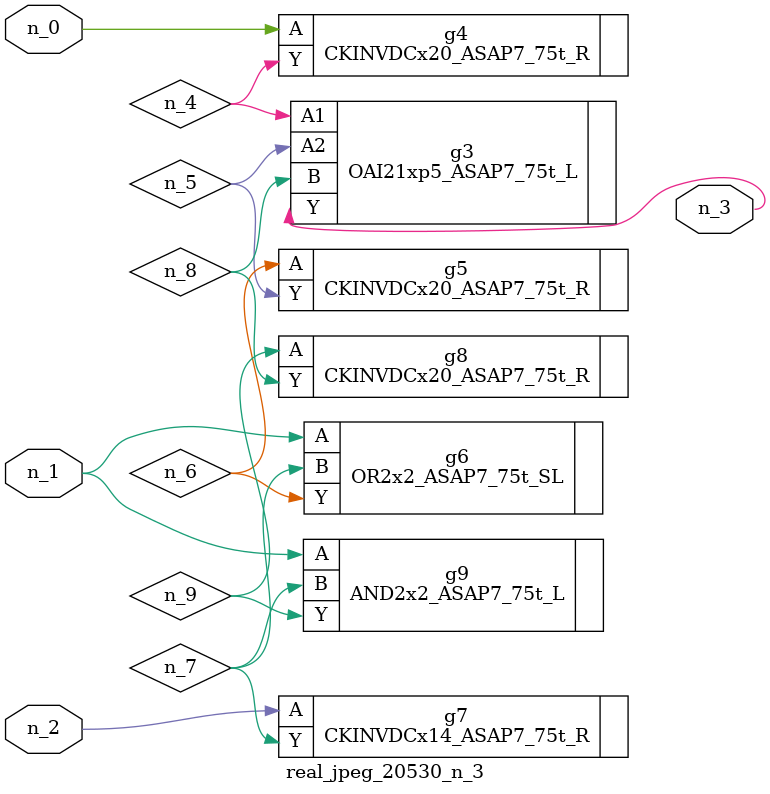
<source format=v>
module real_jpeg_20530_n_3 (n_1, n_0, n_2, n_3);

input n_1;
input n_0;
input n_2;

output n_3;

wire n_5;
wire n_4;
wire n_8;
wire n_6;
wire n_7;
wire n_9;

CKINVDCx20_ASAP7_75t_R g4 ( 
.A(n_0),
.Y(n_4)
);

OR2x2_ASAP7_75t_SL g6 ( 
.A(n_1),
.B(n_7),
.Y(n_6)
);

AND2x2_ASAP7_75t_L g9 ( 
.A(n_1),
.B(n_7),
.Y(n_9)
);

CKINVDCx14_ASAP7_75t_R g7 ( 
.A(n_2),
.Y(n_7)
);

OAI21xp5_ASAP7_75t_L g3 ( 
.A1(n_4),
.A2(n_5),
.B(n_8),
.Y(n_3)
);

CKINVDCx20_ASAP7_75t_R g5 ( 
.A(n_6),
.Y(n_5)
);

CKINVDCx20_ASAP7_75t_R g8 ( 
.A(n_9),
.Y(n_8)
);


endmodule
</source>
